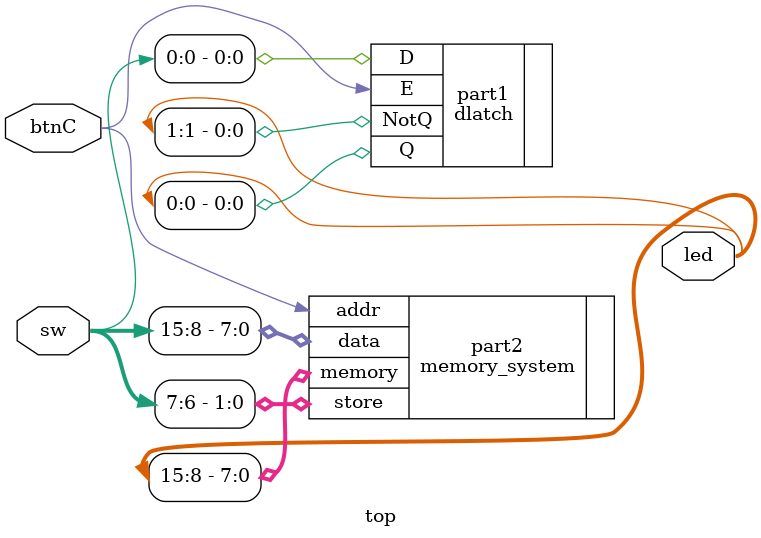
<source format=v>
module top (
    input [15:0] sw,
    input btnC,
    output [15:0] led
);

    dlatch part1(
        .D(sw[0]),
        .E(btnC),
        .NotQ(led[1]),
        .Q(led[0])
    );
    
    memory_system part2(
        .data(sw[15:8]),
        .store(sw[7:6]),
        .addr(btnC),
        .memory(led[15:8])
    );


endmodule

</source>
